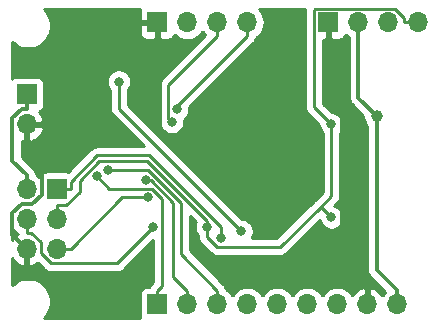
<source format=gbl>
G04 #@! TF.GenerationSoftware,KiCad,Pcbnew,(5.1.4)-1*
G04 #@! TF.CreationDate,2019-09-21T23:44:47+03:00*
G04 #@! TF.ProjectId,Project_3_BACEE,50726f6a-6563-4745-9f33-5f4241434545,v1.0*
G04 #@! TF.SameCoordinates,Original*
G04 #@! TF.FileFunction,Copper,L2,Bot*
G04 #@! TF.FilePolarity,Positive*
%FSLAX46Y46*%
G04 Gerber Fmt 4.6, Leading zero omitted, Abs format (unit mm)*
G04 Created by KiCad (PCBNEW (5.1.4)-1) date 2019-09-21 23:44:47*
%MOMM*%
%LPD*%
G04 APERTURE LIST*
%ADD10R,1.700000X1.700000*%
%ADD11O,1.700000X1.700000*%
%ADD12C,1.000000*%
%ADD13C,0.800000*%
%ADD14C,0.300000*%
%ADD15C,0.250000*%
%ADD16C,0.254000*%
G04 APERTURE END LIST*
D10*
X112903000Y-93980000D03*
D11*
X112903000Y-96520000D03*
D10*
X123952000Y-111760000D03*
D11*
X126492000Y-111760000D03*
X129032000Y-111760000D03*
X131572000Y-111760000D03*
X134112000Y-111760000D03*
X136652000Y-111760000D03*
X139192000Y-111760000D03*
X141732000Y-111760000D03*
X144272000Y-111760000D03*
X131572000Y-87884000D03*
X129032000Y-87884000D03*
X126492000Y-87884000D03*
D10*
X123952000Y-87884000D03*
X115443000Y-101981000D03*
D11*
X112903000Y-101981000D03*
X115443000Y-104521000D03*
X112903000Y-104521000D03*
X115443000Y-107061000D03*
X112903000Y-107061000D03*
D10*
X138430000Y-87884000D03*
D11*
X140970000Y-87884000D03*
X143510000Y-87884000D03*
X146050000Y-87884000D03*
D12*
X142532400Y-95798800D03*
D13*
X131089800Y-105557900D03*
X120713900Y-92898000D03*
X138712100Y-104394000D03*
X138711700Y-96520000D03*
X128176400Y-105179900D03*
X118827800Y-100879100D03*
X123025400Y-101239700D03*
X119764700Y-100362000D03*
X125654400Y-95243800D03*
X125191800Y-96302700D03*
X129316400Y-106145800D03*
X123635700Y-105201800D03*
X123188200Y-102690400D03*
D14*
X142532400Y-95798800D02*
X142532400Y-108820100D01*
X142532400Y-108820100D02*
X144272000Y-110559700D01*
X140970000Y-89084300D02*
X140970000Y-94236400D01*
X140970000Y-94236400D02*
X142532400Y-95798800D01*
X144272000Y-111760000D02*
X144272000Y-110559700D01*
X140970000Y-87884000D02*
X140970000Y-89084300D01*
X112903000Y-93980000D02*
X112903000Y-95180300D01*
X112903000Y-101981000D02*
X112903000Y-100780700D01*
X112903000Y-100780700D02*
X111702700Y-99580400D01*
X111702700Y-99580400D02*
X111702700Y-96005400D01*
X111702700Y-96005400D02*
X112527800Y-95180300D01*
X112527800Y-95180300D02*
X112903000Y-95180300D01*
X141732000Y-111760000D02*
X141732000Y-110559700D01*
X138430000Y-87884000D02*
X138430000Y-89084300D01*
X138430000Y-89084300D02*
X139630300Y-90284600D01*
X139630300Y-90284600D02*
X139630300Y-108458000D01*
X139630300Y-108458000D02*
X141732000Y-110559700D01*
X123952000Y-87884000D02*
X122751700Y-87884000D01*
X122751700Y-87884000D02*
X114115700Y-96520000D01*
X114115700Y-96520000D02*
X112903000Y-96520000D01*
X112903000Y-96520000D02*
X112903000Y-97720300D01*
X112903000Y-97720300D02*
X114173000Y-98990300D01*
X114173000Y-98990300D02*
X114173000Y-102459300D01*
X114173000Y-102459300D02*
X113381300Y-103251000D01*
X113381300Y-103251000D02*
X112470900Y-103251000D01*
X112470900Y-103251000D02*
X111686000Y-104035900D01*
X111686000Y-104035900D02*
X111686000Y-105844000D01*
X111686000Y-105844000D02*
X112903000Y-107061000D01*
D15*
X131089800Y-105557900D02*
X120713900Y-95182000D01*
X120713900Y-95182000D02*
X120713900Y-92898000D01*
X115443000Y-103345700D02*
X116250900Y-103345700D01*
X116250900Y-103345700D02*
X117382700Y-102213900D01*
X117382700Y-102213900D02*
X117382700Y-101298500D01*
X117382700Y-101298500D02*
X119067500Y-99613700D01*
X119067500Y-99613700D02*
X123090300Y-99613700D01*
X123090300Y-99613700D02*
X128176400Y-104699800D01*
X128176400Y-104699800D02*
X128176400Y-105179900D01*
X137789300Y-103471100D02*
X138711700Y-102548700D01*
X138711700Y-102548700D02*
X138711700Y-96520000D01*
X128176400Y-105179900D02*
X128176400Y-106057400D01*
X128176400Y-106057400D02*
X129010800Y-106891800D01*
X129010800Y-106891800D02*
X134368600Y-106891800D01*
X134368600Y-106891800D02*
X137789300Y-103471100D01*
X137789300Y-103471100D02*
X138712100Y-104394000D01*
X146050000Y-87884000D02*
X144874700Y-87884000D01*
X138711700Y-96520000D02*
X137254600Y-95062900D01*
X137254600Y-95062900D02*
X137254600Y-86804800D01*
X137254600Y-86804800D02*
X137350700Y-86708700D01*
X137350700Y-86708700D02*
X144066800Y-86708700D01*
X144066800Y-86708700D02*
X144874700Y-87516600D01*
X144874700Y-87516600D02*
X144874700Y-87884000D01*
X115443000Y-104521000D02*
X115443000Y-103345700D01*
X118827800Y-100879100D02*
X119913700Y-101965000D01*
X119913700Y-101965000D02*
X123493100Y-101965000D01*
X123493100Y-101965000D02*
X124374600Y-102846500D01*
X124374600Y-102846500D02*
X124374600Y-110162100D01*
X124374600Y-110162100D02*
X123952000Y-110584700D01*
X123952000Y-111760000D02*
X123952000Y-110584700D01*
X126492000Y-110584700D02*
X125316700Y-109409400D01*
X125316700Y-109409400D02*
X125316700Y-103151700D01*
X125316700Y-103151700D02*
X123404700Y-101239700D01*
X123404700Y-101239700D02*
X123025400Y-101239700D01*
X126492000Y-111760000D02*
X126492000Y-110584700D01*
X119764700Y-100362000D02*
X123175000Y-100362000D01*
X123175000Y-100362000D02*
X125950600Y-103137600D01*
X125950600Y-103137600D02*
X125950600Y-107503300D01*
X125950600Y-107503300D02*
X129032000Y-110584700D01*
X129032000Y-111760000D02*
X129032000Y-110584700D01*
X131572000Y-87884000D02*
X131572000Y-89059300D01*
X125654400Y-95243800D02*
X125654400Y-94976900D01*
X125654400Y-94976900D02*
X131572000Y-89059300D01*
X129032000Y-89059300D02*
X124911200Y-93180100D01*
X124911200Y-93180100D02*
X124911200Y-96022100D01*
X124911200Y-96022100D02*
X125191800Y-96302700D01*
X129032000Y-87884000D02*
X129032000Y-89059300D01*
X115443000Y-101981000D02*
X116618300Y-101981000D01*
X129316400Y-106145800D02*
X129316400Y-105202800D01*
X129316400Y-105202800D02*
X123254400Y-99140800D01*
X123254400Y-99140800D02*
X118870800Y-99140800D01*
X118870800Y-99140800D02*
X116618300Y-101393300D01*
X116618300Y-101393300D02*
X116618300Y-101981000D01*
X112903000Y-105696300D02*
X113270400Y-105696300D01*
X113270400Y-105696300D02*
X114078300Y-106504200D01*
X114078300Y-106504200D02*
X114078300Y-107403700D01*
X114078300Y-107403700D02*
X114947300Y-108272700D01*
X114947300Y-108272700D02*
X120564800Y-108272700D01*
X120564800Y-108272700D02*
X123635700Y-105201800D01*
X112903000Y-104521000D02*
X112903000Y-105696300D01*
X116618300Y-107061000D02*
X120988900Y-102690400D01*
X120988900Y-102690400D02*
X123188200Y-102690400D01*
X115443000Y-107061000D02*
X116618300Y-107061000D01*
D16*
G36*
X123614601Y-109847298D02*
G01*
X123440998Y-110020901D01*
X123412000Y-110044699D01*
X123388202Y-110073697D01*
X123388201Y-110073698D01*
X123317026Y-110160424D01*
X123257425Y-110271928D01*
X123102000Y-110271928D01*
X122977518Y-110284188D01*
X122857820Y-110320498D01*
X122747506Y-110379463D01*
X122650815Y-110458815D01*
X122571463Y-110555506D01*
X122512498Y-110665820D01*
X122476188Y-110785518D01*
X122463928Y-110910000D01*
X122463928Y-112610000D01*
X122476188Y-112734482D01*
X122512498Y-112854180D01*
X122525230Y-112878000D01*
X114402437Y-112878000D01*
X114537370Y-112743067D01*
X114749746Y-112425224D01*
X114896034Y-112072055D01*
X114970610Y-111697133D01*
X114970610Y-111314867D01*
X114896034Y-110939945D01*
X114749746Y-110586776D01*
X114537370Y-110268933D01*
X114267067Y-109998630D01*
X113949224Y-109786254D01*
X113596055Y-109639966D01*
X113221133Y-109565390D01*
X112838867Y-109565390D01*
X112463945Y-109639966D01*
X112110776Y-109786254D01*
X111792933Y-109998630D01*
X111658000Y-110133563D01*
X111658000Y-107863637D01*
X111805412Y-108061269D01*
X112021645Y-108256178D01*
X112271748Y-108405157D01*
X112546109Y-108502481D01*
X112776000Y-108381814D01*
X112776000Y-107188000D01*
X112756000Y-107188000D01*
X112756000Y-106934000D01*
X112776000Y-106934000D01*
X112776000Y-106914000D01*
X113030000Y-106914000D01*
X113030000Y-106934000D01*
X113050000Y-106934000D01*
X113050000Y-107188000D01*
X113030000Y-107188000D01*
X113030000Y-108381814D01*
X113259891Y-108502481D01*
X113534252Y-108405157D01*
X113784355Y-108256178D01*
X113822023Y-108222225D01*
X114383501Y-108783703D01*
X114407299Y-108812701D01*
X114436297Y-108836499D01*
X114523024Y-108907674D01*
X114655053Y-108978246D01*
X114798314Y-109021703D01*
X114947300Y-109036377D01*
X114984633Y-109032700D01*
X120527478Y-109032700D01*
X120564800Y-109036376D01*
X120602122Y-109032700D01*
X120602133Y-109032700D01*
X120713786Y-109021703D01*
X120857047Y-108978246D01*
X120989076Y-108907674D01*
X121104801Y-108812701D01*
X121128604Y-108783697D01*
X123614600Y-106297702D01*
X123614601Y-109847298D01*
X123614601Y-109847298D01*
G37*
X123614601Y-109847298D02*
X123440998Y-110020901D01*
X123412000Y-110044699D01*
X123388202Y-110073697D01*
X123388201Y-110073698D01*
X123317026Y-110160424D01*
X123257425Y-110271928D01*
X123102000Y-110271928D01*
X122977518Y-110284188D01*
X122857820Y-110320498D01*
X122747506Y-110379463D01*
X122650815Y-110458815D01*
X122571463Y-110555506D01*
X122512498Y-110665820D01*
X122476188Y-110785518D01*
X122463928Y-110910000D01*
X122463928Y-112610000D01*
X122476188Y-112734482D01*
X122512498Y-112854180D01*
X122525230Y-112878000D01*
X114402437Y-112878000D01*
X114537370Y-112743067D01*
X114749746Y-112425224D01*
X114896034Y-112072055D01*
X114970610Y-111697133D01*
X114970610Y-111314867D01*
X114896034Y-110939945D01*
X114749746Y-110586776D01*
X114537370Y-110268933D01*
X114267067Y-109998630D01*
X113949224Y-109786254D01*
X113596055Y-109639966D01*
X113221133Y-109565390D01*
X112838867Y-109565390D01*
X112463945Y-109639966D01*
X112110776Y-109786254D01*
X111792933Y-109998630D01*
X111658000Y-110133563D01*
X111658000Y-107863637D01*
X111805412Y-108061269D01*
X112021645Y-108256178D01*
X112271748Y-108405157D01*
X112546109Y-108502481D01*
X112776000Y-108381814D01*
X112776000Y-107188000D01*
X112756000Y-107188000D01*
X112756000Y-106934000D01*
X112776000Y-106934000D01*
X112776000Y-106914000D01*
X113030000Y-106914000D01*
X113030000Y-106934000D01*
X113050000Y-106934000D01*
X113050000Y-107188000D01*
X113030000Y-107188000D01*
X113030000Y-108381814D01*
X113259891Y-108502481D01*
X113534252Y-108405157D01*
X113784355Y-108256178D01*
X113822023Y-108222225D01*
X114383501Y-108783703D01*
X114407299Y-108812701D01*
X114436297Y-108836499D01*
X114523024Y-108907674D01*
X114655053Y-108978246D01*
X114798314Y-109021703D01*
X114947300Y-109036377D01*
X114984633Y-109032700D01*
X120527478Y-109032700D01*
X120564800Y-109036376D01*
X120602122Y-109032700D01*
X120602133Y-109032700D01*
X120713786Y-109021703D01*
X120857047Y-108978246D01*
X120989076Y-108907674D01*
X121104801Y-108812701D01*
X121128604Y-108783697D01*
X123614600Y-106297702D01*
X123614601Y-109847298D01*
G36*
X138557000Y-87757000D02*
G01*
X138577000Y-87757000D01*
X138577000Y-88011000D01*
X138557000Y-88011000D01*
X138557000Y-89210250D01*
X138715750Y-89369000D01*
X139280000Y-89372072D01*
X139404482Y-89359812D01*
X139524180Y-89323502D01*
X139634494Y-89264537D01*
X139731185Y-89185185D01*
X139810537Y-89088494D01*
X139869502Y-88978180D01*
X139890393Y-88909313D01*
X139914866Y-88939134D01*
X140140986Y-89124706D01*
X140185000Y-89148232D01*
X140185001Y-94197837D01*
X140181203Y-94236400D01*
X140196359Y-94390286D01*
X140241246Y-94538259D01*
X140265709Y-94584026D01*
X140314139Y-94674633D01*
X140341045Y-94707417D01*
X140387655Y-94764212D01*
X140387659Y-94764216D01*
X140412237Y-94794164D01*
X140442185Y-94818742D01*
X141397400Y-95773958D01*
X141397400Y-95910588D01*
X141441017Y-96129867D01*
X141526576Y-96336424D01*
X141650788Y-96522320D01*
X141747400Y-96618932D01*
X141747401Y-108781537D01*
X141743603Y-108820100D01*
X141758759Y-108973986D01*
X141803646Y-109121959D01*
X141803647Y-109121960D01*
X141876539Y-109258333D01*
X141878248Y-109260415D01*
X141950055Y-109347912D01*
X141950059Y-109347916D01*
X141974637Y-109377864D01*
X142004585Y-109402442D01*
X143266376Y-110664234D01*
X143216866Y-110704866D01*
X143031294Y-110930986D01*
X142996799Y-110995523D01*
X142927178Y-110878645D01*
X142732269Y-110662412D01*
X142498920Y-110488359D01*
X142236099Y-110363175D01*
X142088890Y-110318524D01*
X141859000Y-110439845D01*
X141859000Y-111633000D01*
X141879000Y-111633000D01*
X141879000Y-111887000D01*
X141859000Y-111887000D01*
X141859000Y-111907000D01*
X141605000Y-111907000D01*
X141605000Y-111887000D01*
X141585000Y-111887000D01*
X141585000Y-111633000D01*
X141605000Y-111633000D01*
X141605000Y-110439845D01*
X141375110Y-110318524D01*
X141227901Y-110363175D01*
X140965080Y-110488359D01*
X140731731Y-110662412D01*
X140536822Y-110878645D01*
X140467201Y-110995523D01*
X140432706Y-110930986D01*
X140247134Y-110704866D01*
X140021014Y-110519294D01*
X139763034Y-110381401D01*
X139483111Y-110296487D01*
X139264950Y-110275000D01*
X139119050Y-110275000D01*
X138900889Y-110296487D01*
X138620966Y-110381401D01*
X138362986Y-110519294D01*
X138136866Y-110704866D01*
X137951294Y-110930986D01*
X137922000Y-110985791D01*
X137892706Y-110930986D01*
X137707134Y-110704866D01*
X137481014Y-110519294D01*
X137223034Y-110381401D01*
X136943111Y-110296487D01*
X136724950Y-110275000D01*
X136579050Y-110275000D01*
X136360889Y-110296487D01*
X136080966Y-110381401D01*
X135822986Y-110519294D01*
X135596866Y-110704866D01*
X135411294Y-110930986D01*
X135382000Y-110985791D01*
X135352706Y-110930986D01*
X135167134Y-110704866D01*
X134941014Y-110519294D01*
X134683034Y-110381401D01*
X134403111Y-110296487D01*
X134184950Y-110275000D01*
X134039050Y-110275000D01*
X133820889Y-110296487D01*
X133540966Y-110381401D01*
X133282986Y-110519294D01*
X133056866Y-110704866D01*
X132871294Y-110930986D01*
X132842000Y-110985791D01*
X132812706Y-110930986D01*
X132627134Y-110704866D01*
X132401014Y-110519294D01*
X132143034Y-110381401D01*
X131863111Y-110296487D01*
X131644950Y-110275000D01*
X131499050Y-110275000D01*
X131280889Y-110296487D01*
X131000966Y-110381401D01*
X130742986Y-110519294D01*
X130516866Y-110704866D01*
X130331294Y-110930986D01*
X130302000Y-110985791D01*
X130272706Y-110930986D01*
X130087134Y-110704866D01*
X129861014Y-110519294D01*
X129785246Y-110478795D01*
X129781003Y-110435714D01*
X129737546Y-110292453D01*
X129666974Y-110160424D01*
X129572001Y-110044699D01*
X129543003Y-110020901D01*
X126710600Y-107188499D01*
X126710600Y-104308802D01*
X127210061Y-104808263D01*
X127181174Y-104878002D01*
X127141400Y-105077961D01*
X127141400Y-105281839D01*
X127181174Y-105481798D01*
X127259195Y-105670156D01*
X127372463Y-105839674D01*
X127416400Y-105883611D01*
X127416400Y-106020078D01*
X127412724Y-106057400D01*
X127416400Y-106094722D01*
X127416400Y-106094733D01*
X127427398Y-106206386D01*
X127436624Y-106236800D01*
X127470854Y-106349646D01*
X127541426Y-106481676D01*
X127612601Y-106568402D01*
X127636400Y-106597401D01*
X127665398Y-106621199D01*
X128447001Y-107402802D01*
X128470799Y-107431801D01*
X128586524Y-107526774D01*
X128718553Y-107597346D01*
X128861814Y-107640803D01*
X128973467Y-107651800D01*
X128973475Y-107651800D01*
X129010800Y-107655476D01*
X129048125Y-107651800D01*
X134331278Y-107651800D01*
X134368600Y-107655476D01*
X134405922Y-107651800D01*
X134405933Y-107651800D01*
X134517586Y-107640803D01*
X134660847Y-107597346D01*
X134792876Y-107526774D01*
X134908601Y-107431801D01*
X134932404Y-107402797D01*
X137704004Y-104631197D01*
X137716874Y-104695898D01*
X137794895Y-104884256D01*
X137908163Y-105053774D01*
X138052326Y-105197937D01*
X138221844Y-105311205D01*
X138410202Y-105389226D01*
X138610161Y-105429000D01*
X138814039Y-105429000D01*
X139013998Y-105389226D01*
X139202356Y-105311205D01*
X139371874Y-105197937D01*
X139516037Y-105053774D01*
X139629305Y-104884256D01*
X139707326Y-104695898D01*
X139747100Y-104495939D01*
X139747100Y-104292061D01*
X139707326Y-104092102D01*
X139629305Y-103903744D01*
X139516037Y-103734226D01*
X139371874Y-103590063D01*
X139202356Y-103476795D01*
X139013998Y-103398774D01*
X138949297Y-103385904D01*
X139222704Y-103112498D01*
X139251701Y-103088701D01*
X139346674Y-102972976D01*
X139417246Y-102840947D01*
X139460703Y-102697686D01*
X139471700Y-102586033D01*
X139471700Y-102586032D01*
X139475377Y-102548700D01*
X139471700Y-102511367D01*
X139471700Y-97223711D01*
X139515637Y-97179774D01*
X139628905Y-97010256D01*
X139706926Y-96821898D01*
X139746700Y-96621939D01*
X139746700Y-96418061D01*
X139706926Y-96218102D01*
X139628905Y-96029744D01*
X139515637Y-95860226D01*
X139371474Y-95716063D01*
X139201956Y-95602795D01*
X139013598Y-95524774D01*
X138813639Y-95485000D01*
X138751502Y-95485000D01*
X138014600Y-94748099D01*
X138014600Y-89369706D01*
X138144250Y-89369000D01*
X138303000Y-89210250D01*
X138303000Y-88011000D01*
X138283000Y-88011000D01*
X138283000Y-87757000D01*
X138303000Y-87757000D01*
X138303000Y-87737000D01*
X138557000Y-87737000D01*
X138557000Y-87757000D01*
X138557000Y-87757000D01*
G37*
X138557000Y-87757000D02*
X138577000Y-87757000D01*
X138577000Y-88011000D01*
X138557000Y-88011000D01*
X138557000Y-89210250D01*
X138715750Y-89369000D01*
X139280000Y-89372072D01*
X139404482Y-89359812D01*
X139524180Y-89323502D01*
X139634494Y-89264537D01*
X139731185Y-89185185D01*
X139810537Y-89088494D01*
X139869502Y-88978180D01*
X139890393Y-88909313D01*
X139914866Y-88939134D01*
X140140986Y-89124706D01*
X140185000Y-89148232D01*
X140185001Y-94197837D01*
X140181203Y-94236400D01*
X140196359Y-94390286D01*
X140241246Y-94538259D01*
X140265709Y-94584026D01*
X140314139Y-94674633D01*
X140341045Y-94707417D01*
X140387655Y-94764212D01*
X140387659Y-94764216D01*
X140412237Y-94794164D01*
X140442185Y-94818742D01*
X141397400Y-95773958D01*
X141397400Y-95910588D01*
X141441017Y-96129867D01*
X141526576Y-96336424D01*
X141650788Y-96522320D01*
X141747400Y-96618932D01*
X141747401Y-108781537D01*
X141743603Y-108820100D01*
X141758759Y-108973986D01*
X141803646Y-109121959D01*
X141803647Y-109121960D01*
X141876539Y-109258333D01*
X141878248Y-109260415D01*
X141950055Y-109347912D01*
X141950059Y-109347916D01*
X141974637Y-109377864D01*
X142004585Y-109402442D01*
X143266376Y-110664234D01*
X143216866Y-110704866D01*
X143031294Y-110930986D01*
X142996799Y-110995523D01*
X142927178Y-110878645D01*
X142732269Y-110662412D01*
X142498920Y-110488359D01*
X142236099Y-110363175D01*
X142088890Y-110318524D01*
X141859000Y-110439845D01*
X141859000Y-111633000D01*
X141879000Y-111633000D01*
X141879000Y-111887000D01*
X141859000Y-111887000D01*
X141859000Y-111907000D01*
X141605000Y-111907000D01*
X141605000Y-111887000D01*
X141585000Y-111887000D01*
X141585000Y-111633000D01*
X141605000Y-111633000D01*
X141605000Y-110439845D01*
X141375110Y-110318524D01*
X141227901Y-110363175D01*
X140965080Y-110488359D01*
X140731731Y-110662412D01*
X140536822Y-110878645D01*
X140467201Y-110995523D01*
X140432706Y-110930986D01*
X140247134Y-110704866D01*
X140021014Y-110519294D01*
X139763034Y-110381401D01*
X139483111Y-110296487D01*
X139264950Y-110275000D01*
X139119050Y-110275000D01*
X138900889Y-110296487D01*
X138620966Y-110381401D01*
X138362986Y-110519294D01*
X138136866Y-110704866D01*
X137951294Y-110930986D01*
X137922000Y-110985791D01*
X137892706Y-110930986D01*
X137707134Y-110704866D01*
X137481014Y-110519294D01*
X137223034Y-110381401D01*
X136943111Y-110296487D01*
X136724950Y-110275000D01*
X136579050Y-110275000D01*
X136360889Y-110296487D01*
X136080966Y-110381401D01*
X135822986Y-110519294D01*
X135596866Y-110704866D01*
X135411294Y-110930986D01*
X135382000Y-110985791D01*
X135352706Y-110930986D01*
X135167134Y-110704866D01*
X134941014Y-110519294D01*
X134683034Y-110381401D01*
X134403111Y-110296487D01*
X134184950Y-110275000D01*
X134039050Y-110275000D01*
X133820889Y-110296487D01*
X133540966Y-110381401D01*
X133282986Y-110519294D01*
X133056866Y-110704866D01*
X132871294Y-110930986D01*
X132842000Y-110985791D01*
X132812706Y-110930986D01*
X132627134Y-110704866D01*
X132401014Y-110519294D01*
X132143034Y-110381401D01*
X131863111Y-110296487D01*
X131644950Y-110275000D01*
X131499050Y-110275000D01*
X131280889Y-110296487D01*
X131000966Y-110381401D01*
X130742986Y-110519294D01*
X130516866Y-110704866D01*
X130331294Y-110930986D01*
X130302000Y-110985791D01*
X130272706Y-110930986D01*
X130087134Y-110704866D01*
X129861014Y-110519294D01*
X129785246Y-110478795D01*
X129781003Y-110435714D01*
X129737546Y-110292453D01*
X129666974Y-110160424D01*
X129572001Y-110044699D01*
X129543003Y-110020901D01*
X126710600Y-107188499D01*
X126710600Y-104308802D01*
X127210061Y-104808263D01*
X127181174Y-104878002D01*
X127141400Y-105077961D01*
X127141400Y-105281839D01*
X127181174Y-105481798D01*
X127259195Y-105670156D01*
X127372463Y-105839674D01*
X127416400Y-105883611D01*
X127416400Y-106020078D01*
X127412724Y-106057400D01*
X127416400Y-106094722D01*
X127416400Y-106094733D01*
X127427398Y-106206386D01*
X127436624Y-106236800D01*
X127470854Y-106349646D01*
X127541426Y-106481676D01*
X127612601Y-106568402D01*
X127636400Y-106597401D01*
X127665398Y-106621199D01*
X128447001Y-107402802D01*
X128470799Y-107431801D01*
X128586524Y-107526774D01*
X128718553Y-107597346D01*
X128861814Y-107640803D01*
X128973467Y-107651800D01*
X128973475Y-107651800D01*
X129010800Y-107655476D01*
X129048125Y-107651800D01*
X134331278Y-107651800D01*
X134368600Y-107655476D01*
X134405922Y-107651800D01*
X134405933Y-107651800D01*
X134517586Y-107640803D01*
X134660847Y-107597346D01*
X134792876Y-107526774D01*
X134908601Y-107431801D01*
X134932404Y-107402797D01*
X137704004Y-104631197D01*
X137716874Y-104695898D01*
X137794895Y-104884256D01*
X137908163Y-105053774D01*
X138052326Y-105197937D01*
X138221844Y-105311205D01*
X138410202Y-105389226D01*
X138610161Y-105429000D01*
X138814039Y-105429000D01*
X139013998Y-105389226D01*
X139202356Y-105311205D01*
X139371874Y-105197937D01*
X139516037Y-105053774D01*
X139629305Y-104884256D01*
X139707326Y-104695898D01*
X139747100Y-104495939D01*
X139747100Y-104292061D01*
X139707326Y-104092102D01*
X139629305Y-103903744D01*
X139516037Y-103734226D01*
X139371874Y-103590063D01*
X139202356Y-103476795D01*
X139013998Y-103398774D01*
X138949297Y-103385904D01*
X139222704Y-103112498D01*
X139251701Y-103088701D01*
X139346674Y-102972976D01*
X139417246Y-102840947D01*
X139460703Y-102697686D01*
X139471700Y-102586033D01*
X139471700Y-102586032D01*
X139475377Y-102548700D01*
X139471700Y-102511367D01*
X139471700Y-97223711D01*
X139515637Y-97179774D01*
X139628905Y-97010256D01*
X139706926Y-96821898D01*
X139746700Y-96621939D01*
X139746700Y-96418061D01*
X139706926Y-96218102D01*
X139628905Y-96029744D01*
X139515637Y-95860226D01*
X139371474Y-95716063D01*
X139201956Y-95602795D01*
X139013598Y-95524774D01*
X138813639Y-95485000D01*
X138751502Y-95485000D01*
X138014600Y-94748099D01*
X138014600Y-89369706D01*
X138144250Y-89369000D01*
X138303000Y-89210250D01*
X138303000Y-88011000D01*
X138283000Y-88011000D01*
X138283000Y-87757000D01*
X138303000Y-87757000D01*
X138303000Y-87737000D01*
X138557000Y-87737000D01*
X138557000Y-87757000D01*
G36*
X111662294Y-105350014D02*
G01*
X111847866Y-105576134D01*
X112073986Y-105761706D01*
X112138523Y-105796201D01*
X112021645Y-105865822D01*
X111805412Y-106060731D01*
X111658000Y-106258363D01*
X111658000Y-105341980D01*
X111662294Y-105350014D01*
X111662294Y-105350014D01*
G37*
X111662294Y-105350014D02*
X111847866Y-105576134D01*
X112073986Y-105761706D01*
X112138523Y-105796201D01*
X112021645Y-105865822D01*
X111805412Y-106060731D01*
X111658000Y-106258363D01*
X111658000Y-105341980D01*
X111662294Y-105350014D01*
G36*
X122512498Y-86789820D02*
G01*
X122476188Y-86909518D01*
X122463928Y-87034000D01*
X122467000Y-87598250D01*
X122625750Y-87757000D01*
X123825000Y-87757000D01*
X123825000Y-87737000D01*
X124079000Y-87737000D01*
X124079000Y-87757000D01*
X124099000Y-87757000D01*
X124099000Y-88011000D01*
X124079000Y-88011000D01*
X124079000Y-89210250D01*
X124237750Y-89369000D01*
X124802000Y-89372072D01*
X124926482Y-89359812D01*
X125046180Y-89323502D01*
X125156494Y-89264537D01*
X125253185Y-89185185D01*
X125332537Y-89088494D01*
X125391502Y-88978180D01*
X125412393Y-88909313D01*
X125436866Y-88939134D01*
X125662986Y-89124706D01*
X125920966Y-89262599D01*
X126200889Y-89347513D01*
X126419050Y-89369000D01*
X126564950Y-89369000D01*
X126783111Y-89347513D01*
X127063034Y-89262599D01*
X127321014Y-89124706D01*
X127547134Y-88939134D01*
X127732706Y-88713014D01*
X127762000Y-88658209D01*
X127791294Y-88713014D01*
X127976866Y-88939134D01*
X128032064Y-88984434D01*
X124400203Y-92616296D01*
X124371199Y-92640099D01*
X124339426Y-92678815D01*
X124276226Y-92755824D01*
X124265706Y-92775506D01*
X124205654Y-92887854D01*
X124162197Y-93031115D01*
X124151200Y-93142768D01*
X124151200Y-93142778D01*
X124147524Y-93180100D01*
X124151200Y-93217423D01*
X124151201Y-95984768D01*
X124147524Y-96022100D01*
X124151201Y-96059433D01*
X124161413Y-96163110D01*
X124162198Y-96171085D01*
X124162503Y-96172090D01*
X124156800Y-96200761D01*
X124156800Y-96404639D01*
X124196574Y-96604598D01*
X124274595Y-96792956D01*
X124387863Y-96962474D01*
X124532026Y-97106637D01*
X124701544Y-97219905D01*
X124889902Y-97297926D01*
X125089861Y-97337700D01*
X125293739Y-97337700D01*
X125493698Y-97297926D01*
X125682056Y-97219905D01*
X125851574Y-97106637D01*
X125995737Y-96962474D01*
X126109005Y-96792956D01*
X126187026Y-96604598D01*
X126226800Y-96404639D01*
X126226800Y-96200761D01*
X126210183Y-96117221D01*
X126314174Y-96047737D01*
X126458337Y-95903574D01*
X126571605Y-95734056D01*
X126649626Y-95545698D01*
X126689400Y-95345739D01*
X126689400Y-95141861D01*
X126668635Y-95037466D01*
X132083003Y-89623099D01*
X132112001Y-89599301D01*
X132206974Y-89483576D01*
X132277546Y-89351547D01*
X132321003Y-89208286D01*
X132325246Y-89165205D01*
X132401014Y-89124706D01*
X132627134Y-88939134D01*
X132812706Y-88713014D01*
X132950599Y-88455034D01*
X133035513Y-88175111D01*
X133064185Y-87884000D01*
X133035513Y-87592889D01*
X132950599Y-87312966D01*
X132812706Y-87054986D01*
X132627134Y-86828866D01*
X132550532Y-86766000D01*
X136494745Y-86766000D01*
X136494744Y-86766015D01*
X136490924Y-86804800D01*
X136494601Y-86842132D01*
X136494600Y-95025578D01*
X136490924Y-95062900D01*
X136494600Y-95100222D01*
X136494600Y-95100232D01*
X136505597Y-95211885D01*
X136547353Y-95349538D01*
X136549054Y-95355146D01*
X136619626Y-95487176D01*
X136644021Y-95516901D01*
X136714599Y-95602901D01*
X136743603Y-95626704D01*
X137676700Y-96559802D01*
X137676700Y-96621939D01*
X137716474Y-96821898D01*
X137794495Y-97010256D01*
X137907763Y-97179774D01*
X137951701Y-97223712D01*
X137951700Y-102233898D01*
X137278313Y-102907286D01*
X137249329Y-102931070D01*
X137225520Y-102960078D01*
X134053799Y-106131800D01*
X131951116Y-106131800D01*
X132007005Y-106048156D01*
X132085026Y-105859798D01*
X132124800Y-105659839D01*
X132124800Y-105455961D01*
X132085026Y-105256002D01*
X132007005Y-105067644D01*
X131893737Y-104898126D01*
X131749574Y-104753963D01*
X131580056Y-104640695D01*
X131391698Y-104562674D01*
X131191739Y-104522900D01*
X131129602Y-104522900D01*
X121473900Y-94867199D01*
X121473900Y-93601711D01*
X121517837Y-93557774D01*
X121631105Y-93388256D01*
X121709126Y-93199898D01*
X121748900Y-92999939D01*
X121748900Y-92796061D01*
X121709126Y-92596102D01*
X121631105Y-92407744D01*
X121517837Y-92238226D01*
X121373674Y-92094063D01*
X121204156Y-91980795D01*
X121015798Y-91902774D01*
X120815839Y-91863000D01*
X120611961Y-91863000D01*
X120412002Y-91902774D01*
X120223644Y-91980795D01*
X120054126Y-92094063D01*
X119909963Y-92238226D01*
X119796695Y-92407744D01*
X119718674Y-92596102D01*
X119678900Y-92796061D01*
X119678900Y-92999939D01*
X119718674Y-93199898D01*
X119796695Y-93388256D01*
X119909963Y-93557774D01*
X119953901Y-93601712D01*
X119953900Y-95144677D01*
X119950224Y-95182000D01*
X119953900Y-95219322D01*
X119953900Y-95219332D01*
X119964897Y-95330985D01*
X119983644Y-95392785D01*
X120008354Y-95474246D01*
X120078926Y-95606276D01*
X120109004Y-95642926D01*
X120173899Y-95722001D01*
X120202903Y-95745804D01*
X122837899Y-98380800D01*
X118908122Y-98380800D01*
X118870799Y-98377124D01*
X118833476Y-98380800D01*
X118833467Y-98380800D01*
X118721814Y-98391797D01*
X118578553Y-98435254D01*
X118446523Y-98505826D01*
X118362883Y-98574468D01*
X118330799Y-98600799D01*
X118307001Y-98629797D01*
X116428322Y-100508476D01*
X116417482Y-100505188D01*
X116293000Y-100492928D01*
X114593000Y-100492928D01*
X114468518Y-100505188D01*
X114348820Y-100541498D01*
X114238506Y-100600463D01*
X114141815Y-100679815D01*
X114062463Y-100776506D01*
X114003498Y-100886820D01*
X113982607Y-100955687D01*
X113958134Y-100925866D01*
X113732014Y-100740294D01*
X113685362Y-100715358D01*
X113683820Y-100699699D01*
X113676642Y-100626813D01*
X113631754Y-100478840D01*
X113608729Y-100435763D01*
X113558862Y-100342467D01*
X113460764Y-100222936D01*
X113430810Y-100198353D01*
X112487700Y-99255243D01*
X112487700Y-97940762D01*
X112546109Y-97961481D01*
X112776000Y-97840814D01*
X112776000Y-96647000D01*
X113030000Y-96647000D01*
X113030000Y-97840814D01*
X113259891Y-97961481D01*
X113534252Y-97864157D01*
X113784355Y-97715178D01*
X114000588Y-97520269D01*
X114174641Y-97286920D01*
X114299825Y-97024099D01*
X114344476Y-96876890D01*
X114223155Y-96647000D01*
X113030000Y-96647000D01*
X112776000Y-96647000D01*
X112756000Y-96647000D01*
X112756000Y-96393000D01*
X112776000Y-96393000D01*
X112776000Y-96373000D01*
X113030000Y-96373000D01*
X113030000Y-96393000D01*
X114223155Y-96393000D01*
X114344476Y-96163110D01*
X114299825Y-96015901D01*
X114174641Y-95753080D01*
X114000588Y-95519731D01*
X113916534Y-95443966D01*
X113997180Y-95419502D01*
X114107494Y-95360537D01*
X114204185Y-95281185D01*
X114283537Y-95184494D01*
X114342502Y-95074180D01*
X114378812Y-94954482D01*
X114391072Y-94830000D01*
X114391072Y-93130000D01*
X114378812Y-93005518D01*
X114342502Y-92885820D01*
X114283537Y-92775506D01*
X114204185Y-92678815D01*
X114107494Y-92599463D01*
X113997180Y-92540498D01*
X113877482Y-92504188D01*
X113753000Y-92491928D01*
X112053000Y-92491928D01*
X111928518Y-92504188D01*
X111808820Y-92540498D01*
X111698506Y-92599463D01*
X111658000Y-92632705D01*
X111658000Y-89510437D01*
X111792933Y-89645370D01*
X112110776Y-89857746D01*
X112463945Y-90004034D01*
X112838867Y-90078610D01*
X113221133Y-90078610D01*
X113596055Y-90004034D01*
X113949224Y-89857746D01*
X114267067Y-89645370D01*
X114537370Y-89375067D01*
X114749746Y-89057224D01*
X114883630Y-88734000D01*
X122463928Y-88734000D01*
X122476188Y-88858482D01*
X122512498Y-88978180D01*
X122571463Y-89088494D01*
X122650815Y-89185185D01*
X122747506Y-89264537D01*
X122857820Y-89323502D01*
X122977518Y-89359812D01*
X123102000Y-89372072D01*
X123666250Y-89369000D01*
X123825000Y-89210250D01*
X123825000Y-88011000D01*
X122625750Y-88011000D01*
X122467000Y-88169750D01*
X122463928Y-88734000D01*
X114883630Y-88734000D01*
X114896034Y-88704055D01*
X114970610Y-88329133D01*
X114970610Y-87946867D01*
X114896034Y-87571945D01*
X114749746Y-87218776D01*
X114537370Y-86900933D01*
X114402437Y-86766000D01*
X122525230Y-86766000D01*
X122512498Y-86789820D01*
X122512498Y-86789820D01*
G37*
X122512498Y-86789820D02*
X122476188Y-86909518D01*
X122463928Y-87034000D01*
X122467000Y-87598250D01*
X122625750Y-87757000D01*
X123825000Y-87757000D01*
X123825000Y-87737000D01*
X124079000Y-87737000D01*
X124079000Y-87757000D01*
X124099000Y-87757000D01*
X124099000Y-88011000D01*
X124079000Y-88011000D01*
X124079000Y-89210250D01*
X124237750Y-89369000D01*
X124802000Y-89372072D01*
X124926482Y-89359812D01*
X125046180Y-89323502D01*
X125156494Y-89264537D01*
X125253185Y-89185185D01*
X125332537Y-89088494D01*
X125391502Y-88978180D01*
X125412393Y-88909313D01*
X125436866Y-88939134D01*
X125662986Y-89124706D01*
X125920966Y-89262599D01*
X126200889Y-89347513D01*
X126419050Y-89369000D01*
X126564950Y-89369000D01*
X126783111Y-89347513D01*
X127063034Y-89262599D01*
X127321014Y-89124706D01*
X127547134Y-88939134D01*
X127732706Y-88713014D01*
X127762000Y-88658209D01*
X127791294Y-88713014D01*
X127976866Y-88939134D01*
X128032064Y-88984434D01*
X124400203Y-92616296D01*
X124371199Y-92640099D01*
X124339426Y-92678815D01*
X124276226Y-92755824D01*
X124265706Y-92775506D01*
X124205654Y-92887854D01*
X124162197Y-93031115D01*
X124151200Y-93142768D01*
X124151200Y-93142778D01*
X124147524Y-93180100D01*
X124151200Y-93217423D01*
X124151201Y-95984768D01*
X124147524Y-96022100D01*
X124151201Y-96059433D01*
X124161413Y-96163110D01*
X124162198Y-96171085D01*
X124162503Y-96172090D01*
X124156800Y-96200761D01*
X124156800Y-96404639D01*
X124196574Y-96604598D01*
X124274595Y-96792956D01*
X124387863Y-96962474D01*
X124532026Y-97106637D01*
X124701544Y-97219905D01*
X124889902Y-97297926D01*
X125089861Y-97337700D01*
X125293739Y-97337700D01*
X125493698Y-97297926D01*
X125682056Y-97219905D01*
X125851574Y-97106637D01*
X125995737Y-96962474D01*
X126109005Y-96792956D01*
X126187026Y-96604598D01*
X126226800Y-96404639D01*
X126226800Y-96200761D01*
X126210183Y-96117221D01*
X126314174Y-96047737D01*
X126458337Y-95903574D01*
X126571605Y-95734056D01*
X126649626Y-95545698D01*
X126689400Y-95345739D01*
X126689400Y-95141861D01*
X126668635Y-95037466D01*
X132083003Y-89623099D01*
X132112001Y-89599301D01*
X132206974Y-89483576D01*
X132277546Y-89351547D01*
X132321003Y-89208286D01*
X132325246Y-89165205D01*
X132401014Y-89124706D01*
X132627134Y-88939134D01*
X132812706Y-88713014D01*
X132950599Y-88455034D01*
X133035513Y-88175111D01*
X133064185Y-87884000D01*
X133035513Y-87592889D01*
X132950599Y-87312966D01*
X132812706Y-87054986D01*
X132627134Y-86828866D01*
X132550532Y-86766000D01*
X136494745Y-86766000D01*
X136494744Y-86766015D01*
X136490924Y-86804800D01*
X136494601Y-86842132D01*
X136494600Y-95025578D01*
X136490924Y-95062900D01*
X136494600Y-95100222D01*
X136494600Y-95100232D01*
X136505597Y-95211885D01*
X136547353Y-95349538D01*
X136549054Y-95355146D01*
X136619626Y-95487176D01*
X136644021Y-95516901D01*
X136714599Y-95602901D01*
X136743603Y-95626704D01*
X137676700Y-96559802D01*
X137676700Y-96621939D01*
X137716474Y-96821898D01*
X137794495Y-97010256D01*
X137907763Y-97179774D01*
X137951701Y-97223712D01*
X137951700Y-102233898D01*
X137278313Y-102907286D01*
X137249329Y-102931070D01*
X137225520Y-102960078D01*
X134053799Y-106131800D01*
X131951116Y-106131800D01*
X132007005Y-106048156D01*
X132085026Y-105859798D01*
X132124800Y-105659839D01*
X132124800Y-105455961D01*
X132085026Y-105256002D01*
X132007005Y-105067644D01*
X131893737Y-104898126D01*
X131749574Y-104753963D01*
X131580056Y-104640695D01*
X131391698Y-104562674D01*
X131191739Y-104522900D01*
X131129602Y-104522900D01*
X121473900Y-94867199D01*
X121473900Y-93601711D01*
X121517837Y-93557774D01*
X121631105Y-93388256D01*
X121709126Y-93199898D01*
X121748900Y-92999939D01*
X121748900Y-92796061D01*
X121709126Y-92596102D01*
X121631105Y-92407744D01*
X121517837Y-92238226D01*
X121373674Y-92094063D01*
X121204156Y-91980795D01*
X121015798Y-91902774D01*
X120815839Y-91863000D01*
X120611961Y-91863000D01*
X120412002Y-91902774D01*
X120223644Y-91980795D01*
X120054126Y-92094063D01*
X119909963Y-92238226D01*
X119796695Y-92407744D01*
X119718674Y-92596102D01*
X119678900Y-92796061D01*
X119678900Y-92999939D01*
X119718674Y-93199898D01*
X119796695Y-93388256D01*
X119909963Y-93557774D01*
X119953901Y-93601712D01*
X119953900Y-95144677D01*
X119950224Y-95182000D01*
X119953900Y-95219322D01*
X119953900Y-95219332D01*
X119964897Y-95330985D01*
X119983644Y-95392785D01*
X120008354Y-95474246D01*
X120078926Y-95606276D01*
X120109004Y-95642926D01*
X120173899Y-95722001D01*
X120202903Y-95745804D01*
X122837899Y-98380800D01*
X118908122Y-98380800D01*
X118870799Y-98377124D01*
X118833476Y-98380800D01*
X118833467Y-98380800D01*
X118721814Y-98391797D01*
X118578553Y-98435254D01*
X118446523Y-98505826D01*
X118362883Y-98574468D01*
X118330799Y-98600799D01*
X118307001Y-98629797D01*
X116428322Y-100508476D01*
X116417482Y-100505188D01*
X116293000Y-100492928D01*
X114593000Y-100492928D01*
X114468518Y-100505188D01*
X114348820Y-100541498D01*
X114238506Y-100600463D01*
X114141815Y-100679815D01*
X114062463Y-100776506D01*
X114003498Y-100886820D01*
X113982607Y-100955687D01*
X113958134Y-100925866D01*
X113732014Y-100740294D01*
X113685362Y-100715358D01*
X113683820Y-100699699D01*
X113676642Y-100626813D01*
X113631754Y-100478840D01*
X113608729Y-100435763D01*
X113558862Y-100342467D01*
X113460764Y-100222936D01*
X113430810Y-100198353D01*
X112487700Y-99255243D01*
X112487700Y-97940762D01*
X112546109Y-97961481D01*
X112776000Y-97840814D01*
X112776000Y-96647000D01*
X113030000Y-96647000D01*
X113030000Y-97840814D01*
X113259891Y-97961481D01*
X113534252Y-97864157D01*
X113784355Y-97715178D01*
X114000588Y-97520269D01*
X114174641Y-97286920D01*
X114299825Y-97024099D01*
X114344476Y-96876890D01*
X114223155Y-96647000D01*
X113030000Y-96647000D01*
X112776000Y-96647000D01*
X112756000Y-96647000D01*
X112756000Y-96393000D01*
X112776000Y-96393000D01*
X112776000Y-96373000D01*
X113030000Y-96373000D01*
X113030000Y-96393000D01*
X114223155Y-96393000D01*
X114344476Y-96163110D01*
X114299825Y-96015901D01*
X114174641Y-95753080D01*
X114000588Y-95519731D01*
X113916534Y-95443966D01*
X113997180Y-95419502D01*
X114107494Y-95360537D01*
X114204185Y-95281185D01*
X114283537Y-95184494D01*
X114342502Y-95074180D01*
X114378812Y-94954482D01*
X114391072Y-94830000D01*
X114391072Y-93130000D01*
X114378812Y-93005518D01*
X114342502Y-92885820D01*
X114283537Y-92775506D01*
X114204185Y-92678815D01*
X114107494Y-92599463D01*
X113997180Y-92540498D01*
X113877482Y-92504188D01*
X113753000Y-92491928D01*
X112053000Y-92491928D01*
X111928518Y-92504188D01*
X111808820Y-92540498D01*
X111698506Y-92599463D01*
X111658000Y-92632705D01*
X111658000Y-89510437D01*
X111792933Y-89645370D01*
X112110776Y-89857746D01*
X112463945Y-90004034D01*
X112838867Y-90078610D01*
X113221133Y-90078610D01*
X113596055Y-90004034D01*
X113949224Y-89857746D01*
X114267067Y-89645370D01*
X114537370Y-89375067D01*
X114749746Y-89057224D01*
X114883630Y-88734000D01*
X122463928Y-88734000D01*
X122476188Y-88858482D01*
X122512498Y-88978180D01*
X122571463Y-89088494D01*
X122650815Y-89185185D01*
X122747506Y-89264537D01*
X122857820Y-89323502D01*
X122977518Y-89359812D01*
X123102000Y-89372072D01*
X123666250Y-89369000D01*
X123825000Y-89210250D01*
X123825000Y-88011000D01*
X122625750Y-88011000D01*
X122467000Y-88169750D01*
X122463928Y-88734000D01*
X114883630Y-88734000D01*
X114896034Y-88704055D01*
X114970610Y-88329133D01*
X114970610Y-87946867D01*
X114896034Y-87571945D01*
X114749746Y-87218776D01*
X114537370Y-86900933D01*
X114402437Y-86766000D01*
X122525230Y-86766000D01*
X122512498Y-86789820D01*
M02*

</source>
